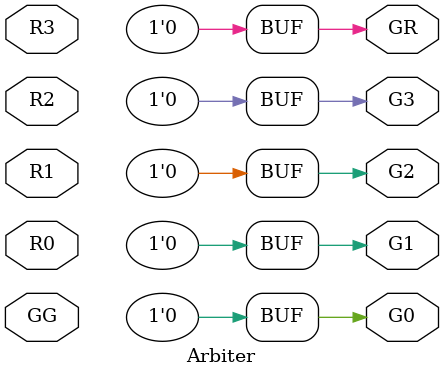
<source format=v>
module Arbiter
    #(parameter DIRECTION = 0)
    (
    //child side
    input R0,
    input R1,
    input R2,
    input R3,

    output reg G0,
    output reg G1,
    output reg G2,
    output reg G3,

    //parent side
    input GG, //group grant
    output reg GR //group request
);

initial begin
    G0 = 0;
    G1 = 0;
    G2 = 0;
    G3 = 0;
    GR = 0;
end

if(DIRECTION) begin
    assign GR = R0 | R1 | R2 | R3;
    assign G0 = GG & ~R3 & ~R2 & ~R1 & R0;
    assign G1 = GG & ~R3 & ~R2 & R1;
    assign G2 = GG & ~R3 & R2;
    assign G3 = GG & R3;
end
else begin
    assign GR = R0 | R1 | R2 | R3;
    assign G0 = GG & R0;
    assign G1 = GG & !R0 & R1;
    assign G2 = GG & !R0 & !R1 & R2;
    assign G3 = GG & !R0 & !R1 & !R2 & R3;
end

endmodule

</source>
